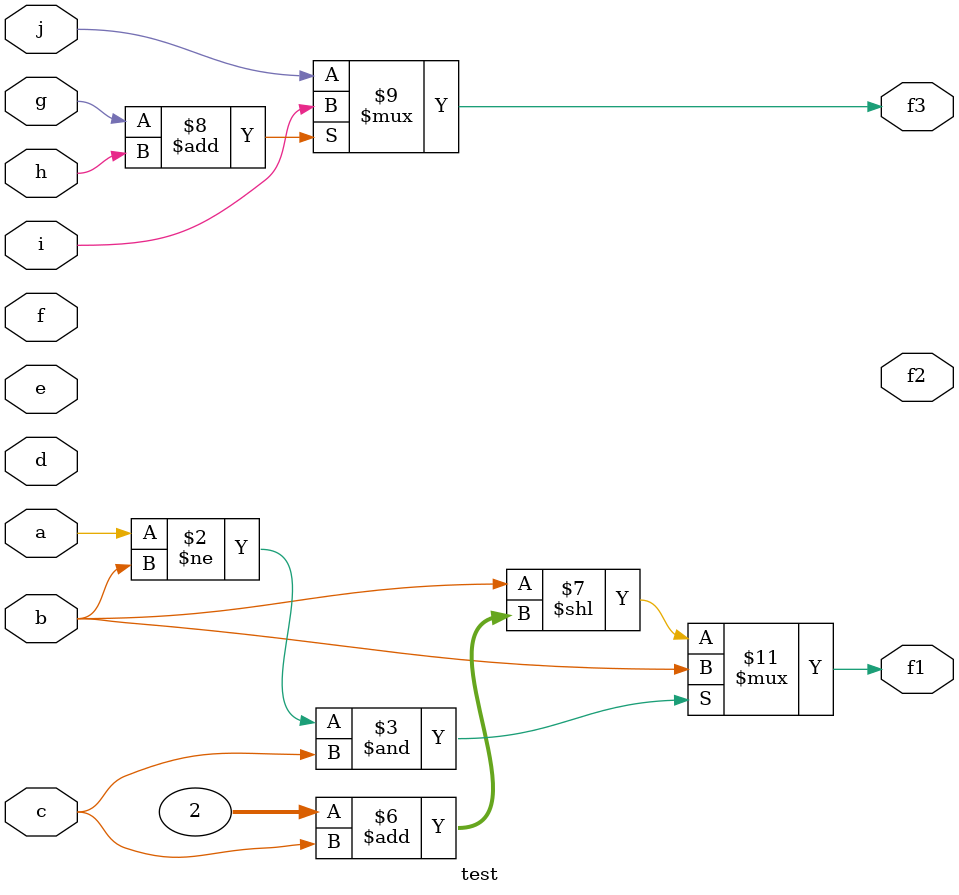
<source format=v>
module test (f1, f2, f3, a, b, c, d, e, f, g, h, i, j);
 input a, b, c, d, e, f, g, h, i, j;
 output f1, f2, f3;
 reg f1, f2, f3;
 always @(a or b or c or d or e or f or g or h or i or j)
   begin
   if ( a != b & c)
     f1 = a << 2 | b;
   else
     f1 = b << 2 + c;
   f3 = g + h ? i : j;
   end
endmodule


</source>
